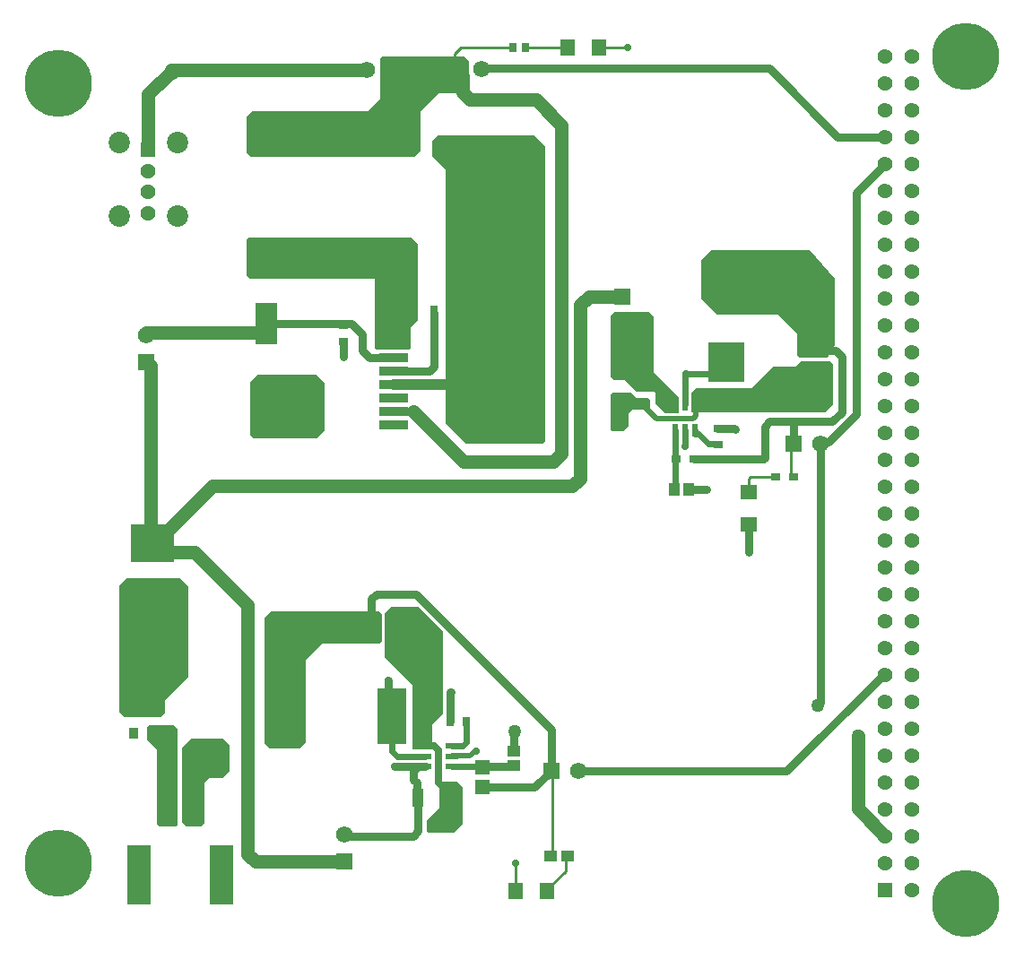
<source format=gtl>
%TF.GenerationSoftware,Altium Limited,Altium Designer,23.1.1 (15)*%
G04 Layer_Physical_Order=1*
G04 Layer_Color=255*
%FSLAX25Y25*%
%MOIN*%
%TF.SameCoordinates,209943D4-F1A4-4043-803A-0C530BE15E34*%
%TF.FilePolarity,Positive*%
%TF.FileFunction,Copper,L1,Top,Signal*%
%TF.Part,Single*%
G01*
G75*
%TA.AperFunction,SMDPad,CuDef*%
%ADD10R,0.03543X0.03937*%
%ADD11R,0.12598X0.19291*%
%ADD12R,0.04560X0.03985*%
%ADD13R,0.03543X0.03150*%
%ADD14R,0.16417X0.14055*%
%ADD15R,0.06299X0.05512*%
%ADD16R,0.05512X0.06299*%
%ADD17R,0.02613X0.03394*%
%ADD18R,0.09055X0.22047*%
%ADD19R,0.05512X0.13386*%
%ADD20R,0.26969X0.41339*%
%ADD21R,0.11024X0.03543*%
%ADD22R,0.19291X0.12795*%
%ADD23R,0.11024X0.20866*%
%ADD24R,0.13780X0.14961*%
%ADD25R,0.10261X0.06704*%
%ADD26R,0.06704X0.10261*%
%ADD27R,0.03150X0.03543*%
%ADD28R,0.04921X0.02362*%
%ADD29R,0.05756X0.05530*%
%ADD30R,0.05151X0.04352*%
%ADD31R,0.04213X0.07165*%
%ADD32R,0.13780X0.06299*%
%ADD33R,0.03543X0.03150*%
%ADD34R,0.08465X0.15748*%
%ADD35R,0.02977X0.05733*%
%ADD36R,0.11221X0.12598*%
%ADD37R,0.03937X0.05151*%
%ADD38R,0.02362X0.04921*%
%ADD39R,0.07165X0.04213*%
%TA.AperFunction,Conductor*%
%ADD40C,0.05000*%
%ADD41C,0.01968*%
%ADD42C,0.02362*%
%ADD43C,0.03000*%
%ADD44C,0.02756*%
%ADD45C,0.01181*%
%ADD46C,0.03150*%
%ADD47C,0.03937*%
%ADD48C,0.01000*%
%TA.AperFunction,ComponentPad*%
%ADD49R,0.06201X0.06201*%
%ADD50C,0.06201*%
%ADD51R,0.05610X0.05610*%
%ADD52C,0.05610*%
%ADD53C,0.07972*%
%ADD54C,0.05634*%
%ADD55R,0.05634X0.05634*%
%ADD56R,0.06201X0.06201*%
%TA.AperFunction,WasherPad*%
%ADD57C,0.25000*%
%TA.AperFunction,ViaPad*%
%ADD58C,0.02756*%
%ADD59C,0.05000*%
G36*
X-204724Y333465D02*
Y326772D01*
X-209449Y321260D01*
X-216142D01*
X-222835Y314567D01*
Y300000D01*
X-225197Y297638D01*
X-285827D01*
X-287402Y299213D01*
Y312598D01*
X-285433Y314567D01*
X-242520D01*
X-237795Y319291D01*
Y334252D01*
X-237008Y335039D01*
X-206299D01*
X-204724Y333465D01*
D02*
G37*
G36*
X-223622Y265354D02*
Y237008D01*
X-226378Y234252D01*
Y226772D01*
X-227165Y225984D01*
X-238976D01*
X-239764Y226772D01*
Y252362D01*
X-286221D01*
X-287402Y253543D01*
Y266929D01*
X-286614Y267717D01*
X-225984D01*
X-223622Y265354D01*
D02*
G37*
G36*
X-68898Y252306D02*
Y227559D01*
X-71260Y222835D01*
X-81890D01*
X-82677Y223622D01*
Y231890D01*
X-89764Y238976D01*
X-112598D01*
X-118504Y244882D01*
Y259449D01*
X-114567Y262992D01*
X-78248D01*
X-68898Y252306D01*
D02*
G37*
G36*
X-69291Y220472D02*
Y205512D01*
X-72047Y202756D01*
X-122047D01*
X-122228Y202937D01*
Y205513D01*
X-122186Y205728D01*
Y210098D01*
X-120472Y211811D01*
X-99606D01*
X-91732Y219685D01*
X-83465D01*
X-81496Y221654D01*
X-70472D01*
X-69291Y220472D01*
D02*
G37*
G36*
X-136221Y238189D02*
Y217717D01*
X-126772Y208268D01*
Y202687D01*
X-127096Y202362D01*
X-131890D01*
X-135433Y205906D01*
Y209842D01*
X-135827Y210236D01*
X-142520D01*
X-146850Y214567D01*
X-150787D01*
X-151969Y215748D01*
Y238583D01*
X-150394Y240158D01*
X-138189D01*
X-136221Y238189D01*
D02*
G37*
G36*
X-142520Y207874D02*
X-138189D01*
X-137402Y207087D01*
Y204331D01*
X-138189Y203543D01*
X-144095D01*
Y203543D01*
X-145276Y202362D01*
Y197638D01*
X-147244Y195669D01*
X-151575D01*
X-151969Y196063D01*
Y209449D01*
X-151575Y209842D01*
X-144488D01*
X-142520Y207874D01*
D02*
G37*
G36*
X-258268Y213386D02*
Y196063D01*
X-261417Y192913D01*
X-284646D01*
X-286221Y194488D01*
Y213779D01*
X-283465Y216535D01*
X-261417D01*
X-258268Y213386D01*
D02*
G37*
G36*
X-176378Y301575D02*
Y192126D01*
X-177559Y190945D01*
X-205906D01*
Y190945D01*
X-213386Y198425D01*
Y292913D01*
X-218504Y298031D01*
Y303543D01*
X-216535Y305512D01*
X-180315D01*
X-176378Y301575D01*
D02*
G37*
G36*
X-309055Y137795D02*
Y104331D01*
X-317717Y95669D01*
Y90945D01*
X-319291Y89370D01*
X-332677D01*
X-334646Y91339D01*
Y138189D01*
X-331890Y140945D01*
X-312205D01*
X-309055Y137795D01*
D02*
G37*
G36*
X-237104Y127655D02*
Y117573D01*
X-237795Y116535D01*
X-259449D01*
X-265354Y110630D01*
Y79921D01*
X-267717Y77559D01*
X-278740D01*
X-280709Y79528D01*
Y126378D01*
X-278346Y128740D01*
X-238189D01*
X-237104Y127655D01*
D02*
G37*
G36*
X-214431Y121456D02*
Y90551D01*
X-218368Y86614D01*
Y77165D01*
X-225454D01*
X-225848Y77559D01*
Y101181D01*
X-236084Y111417D01*
Y127953D01*
X-233722Y130315D01*
X-223290D01*
X-214431Y121456D01*
D02*
G37*
G36*
X-293701Y79134D02*
Y69291D01*
X-296457Y66535D01*
X-301575D01*
X-303150Y64961D01*
Y50000D01*
X-304331Y48819D01*
X-309842D01*
X-311417Y50394D01*
Y77953D01*
X-307874Y81496D01*
X-296063D01*
X-293701Y79134D01*
D02*
G37*
G36*
X-313110Y84763D02*
Y49489D01*
X-313779Y48819D01*
X-320079D01*
X-320866Y49606D01*
X-320866Y77165D01*
X-324410Y80709D01*
Y85433D01*
X-323622Y86221D01*
X-314567D01*
X-313110Y84763D01*
D02*
G37*
G36*
X-206950Y63386D02*
Y49606D01*
X-207344Y49213D01*
X-210100Y46457D01*
X-219942D01*
X-220336Y46850D01*
Y50787D01*
X-215612Y55512D01*
Y64173D01*
X-214431Y65354D01*
X-208919D01*
X-206950Y63386D01*
D02*
G37*
D10*
X-321772Y83268D02*
D03*
X-329410D02*
D03*
D11*
X-325590Y100394D02*
D03*
D12*
X-168218Y37795D02*
D03*
X-174533D02*
D03*
D13*
X-90748Y178740D02*
D03*
X-84055D02*
D03*
X-127756Y185433D02*
D03*
X-121063D02*
D03*
D14*
X-322441Y153937D02*
D03*
Y130709D02*
D03*
D15*
X-100787Y172835D02*
D03*
Y161024D02*
D03*
D16*
X-175591Y24803D02*
D03*
X-187402D02*
D03*
X-168110Y338189D02*
D03*
X-156299D02*
D03*
D17*
X-183627D02*
D03*
X-188583D02*
D03*
D18*
X-296654Y30512D02*
D03*
X-327362D02*
D03*
D19*
X-307087Y56496D02*
D03*
X-316929D02*
D03*
D20*
X-191929Y212992D02*
D03*
D21*
X-232677Y197992D02*
D03*
Y202992D02*
D03*
Y207992D02*
D03*
Y212992D02*
D03*
Y217992D02*
D03*
Y222992D02*
D03*
Y227992D02*
D03*
D22*
X-276378Y260236D02*
D03*
Y305118D02*
D03*
D23*
X-233328Y89764D02*
D03*
X-273486D02*
D03*
D24*
X-109055Y251772D02*
D03*
Y221457D02*
D03*
D25*
X-76378Y226184D02*
D03*
Y217911D02*
D03*
D26*
X-241008Y122441D02*
D03*
X-232735D02*
D03*
D27*
X-211675Y87795D02*
D03*
X-205769D02*
D03*
X-223683Y48819D02*
D03*
X-217777D02*
D03*
D28*
X-211084Y78543D02*
D03*
Y74803D02*
D03*
Y71063D02*
D03*
X-220927D02*
D03*
Y74803D02*
D03*
Y78543D02*
D03*
D29*
X-199864Y70672D02*
D03*
Y63186D02*
D03*
D30*
X-188053Y76679D02*
D03*
Y71353D02*
D03*
D31*
X-223643Y59352D02*
D03*
X-212777D02*
D03*
D32*
X-210236Y300787D02*
D03*
X-232283D02*
D03*
D33*
X-251575Y235039D02*
D03*
Y229134D02*
D03*
X-112205Y196653D02*
D03*
Y190748D02*
D03*
X-140157Y212008D02*
D03*
Y206102D02*
D03*
D34*
X-279921Y202165D02*
D03*
Y235630D02*
D03*
D35*
X-217815Y239764D02*
D03*
X-226279D02*
D03*
D36*
X-207677Y259055D02*
D03*
X-230906D02*
D03*
D37*
X-123021Y174016D02*
D03*
X-128347D02*
D03*
D38*
X-120669Y195866D02*
D03*
X-124409D02*
D03*
X-128150D02*
D03*
Y205709D02*
D03*
X-124409D02*
D03*
X-120669D02*
D03*
D39*
X-147835Y218032D02*
D03*
Y207165D02*
D03*
D40*
X-321260Y153937D02*
X-300000Y175197D01*
X-166315D01*
X-322441Y153937D02*
X-321260D01*
X-322441D02*
X-319331Y150827D01*
X-306732D01*
X-287008Y131102D01*
X-323228Y154724D02*
X-322441Y153937D01*
X-324803Y221496D02*
X-323228Y219921D01*
Y154724D02*
Y219921D01*
X-287008Y38496D02*
X-284079Y35567D01*
X-287008Y38496D02*
Y131102D01*
X-284079Y35567D02*
X-251283D01*
X-210000Y330315D02*
X-207208Y327523D01*
Y321798D02*
X-204280Y318869D01*
X-179851D01*
X-207208Y321798D02*
Y327523D01*
X-170472Y187181D02*
Y309491D01*
X-179851Y318869D02*
X-170472Y309491D01*
X-60236Y55236D02*
Y82284D01*
Y55236D02*
X-50000Y45000D01*
X-166315Y175197D02*
X-163386Y178126D01*
Y242520D01*
X-160079Y245827D02*
X-147638D01*
X-163386Y242520D02*
X-160079Y245827D01*
X-173401Y184252D02*
X-170472Y187181D01*
X-206704Y184252D02*
X-173401D01*
X-324803Y232283D02*
X-281653D01*
X-322473Y130677D02*
X-322441Y130709D01*
X-323937Y320927D02*
X-315730Y329134D01*
X-323937Y300276D02*
Y320927D01*
X-315730Y329134D02*
X-315103D01*
X-225444Y202992D02*
X-206704Y184252D01*
X-281653Y232283D02*
X-279921Y234016D01*
Y235630D01*
X-315416Y329921D02*
X-242913Y329921D01*
D41*
X-126147Y200311D02*
X-121458D01*
X-120305Y201464D01*
Y203095D01*
X-120472Y203262D02*
X-120305Y203095D01*
X-120472Y203262D02*
Y205512D01*
X-120669Y205709D02*
X-120472Y205512D01*
X-139370Y204526D02*
X-135154Y200310D01*
X-130154D02*
X-130153Y200311D01*
X-126147D01*
X-135154Y200310D02*
X-130154D01*
X-126147Y200311D02*
X-126147Y200311D01*
X-140157Y206102D02*
X-139961D01*
X-139370Y204526D02*
Y205512D01*
X-139961Y206102D02*
X-139370Y205512D01*
X-204305Y74839D02*
X-202481Y76664D01*
X-211048Y74839D02*
X-204305D01*
X-202481Y76664D02*
X-202268Y76450D01*
D42*
X-124133Y217058D02*
Y217164D01*
X-124409Y205728D02*
Y216781D01*
X-124133Y217058D01*
Y217164D02*
X-112757D01*
X-111909Y218012D01*
X-124409Y190157D02*
Y195866D01*
X-119390Y194587D02*
X-115694Y190891D01*
X-120669Y194587D02*
X-119390D01*
X-115694Y190891D02*
X-112348D01*
X-112205Y190748D01*
X-211084Y78543D02*
X-207153D01*
X-205769Y79927D01*
Y87795D01*
X-223879Y125984D02*
X-223375Y125479D01*
X-221543D01*
X-75197Y217911D02*
X-73026Y215740D01*
X-76378Y217911D02*
X-75197D01*
X-120669Y194587D02*
Y195866D01*
X-128248Y174114D02*
Y185335D01*
X-128150Y185433D01*
X-128347Y174016D02*
X-128248Y174114D01*
X-128150Y186024D02*
Y195866D01*
X-211084Y71063D02*
X-200254D01*
X-233328Y76772D02*
Y89764D01*
Y76772D02*
X-231360Y74803D01*
X-220927D01*
D43*
X-112205Y218307D02*
X-109055Y221457D01*
X-112205Y196653D02*
X-106102D01*
X-105905Y196457D01*
X-112402Y196653D02*
X-112205D01*
X-223724Y71063D02*
X-220927D01*
X-232087D02*
X-223724D01*
X-232283Y70866D02*
X-232087Y71063D01*
X-234646Y91081D02*
Y103150D01*
X-211675Y87795D02*
Y98562D01*
X-211417Y98819D01*
X-234646Y91081D02*
X-233328Y89764D01*
X-232677Y222992D02*
X-232677Y222992D01*
X-251575Y223228D02*
Y229134D01*
X-224201Y59910D02*
X-223643Y59352D01*
X-224201Y59910D02*
Y64847D01*
X-225482Y66128D02*
X-224201Y64847D01*
X-225482Y66128D02*
Y69306D01*
X-223724Y71063D01*
X-188053Y76679D02*
X-187924Y76807D01*
Y83730D02*
X-187795Y83858D01*
X-187924Y76807D02*
Y83730D01*
X-217815Y219749D02*
Y239764D01*
X-232677Y217992D02*
X-219572D01*
X-217815Y219749D01*
X-200000Y330315D02*
X-199763Y330552D01*
X-93151D02*
X-67598Y305000D01*
X-199763Y330552D02*
X-93151D01*
X-84252Y199213D02*
X-69685D01*
X-93125D02*
X-84252D01*
Y190945D02*
Y199213D01*
X-67598Y305000D02*
X-50000D01*
X-86614Y69291D02*
X-52211Y103695D01*
X-52012D02*
X-50706Y105000D01*
X-50000D01*
X-52211Y103695D02*
X-52012D01*
X-164173Y69291D02*
X-86614D01*
X-74252Y94646D02*
Y190945D01*
X-75197Y93701D02*
X-74252Y94646D01*
X-94882Y197455D02*
X-93125Y199213D01*
X-69685D02*
X-66142Y202756D01*
X-94882Y185827D02*
Y197455D01*
X-66142Y202756D02*
Y223228D01*
X-60630Y284370D02*
X-50000Y295000D01*
X-60630Y201969D02*
Y284370D01*
X-71041Y191557D02*
X-60630Y201969D01*
X-74252Y190945D02*
X-73640Y191557D01*
X-71041D01*
X-100787Y150787D02*
Y161024D01*
X-68505Y225592D02*
X-66142Y223228D01*
X-121063Y185433D02*
X-95276D01*
X-94882Y185827D01*
X-123021Y174016D02*
X-116535D01*
X-239250Y135039D02*
X-224409D01*
X-174173Y72935D02*
Y84803D01*
X-224409Y135039D02*
X-174173Y84803D01*
X-199864Y63186D02*
X-180279D01*
X-174173Y69291D01*
X-75786Y225592D02*
X-68505D01*
X-76378Y226184D02*
X-75786Y225592D01*
X-241689Y222992D02*
X-241689Y222992D01*
X-232949Y213264D02*
X-232677Y212992D01*
X-241008Y133282D02*
X-239250Y135039D01*
X-241008Y122441D02*
Y133282D01*
X-232677Y202992D02*
X-232677Y202992D01*
X-225444D01*
X-199864Y70672D02*
X-199523Y71013D01*
X-188393D01*
X-200254Y71063D02*
X-199864Y70672D01*
D44*
X-216088Y64999D02*
Y76969D01*
X-220927Y78543D02*
X-217662D01*
X-216088Y64999D02*
X-214081Y62992D01*
X-217662Y78543D02*
X-216088Y76969D01*
X-220927Y78543D02*
X-220927Y78543D01*
D45*
X-202117Y76519D02*
Y76814D01*
X-202553Y76083D02*
X-202117Y76519D01*
X-220927Y71063D02*
X-220336Y71653D01*
D46*
X-251575Y235630D02*
X-248401D01*
X-244488Y225791D02*
Y231717D01*
Y225791D02*
X-241689Y222992D01*
X-279921Y235630D02*
X-251575D01*
X-225528Y45141D02*
X-223683Y46986D01*
X-250653Y45141D02*
X-225528D01*
X-223683Y46986D02*
Y48819D01*
X-251181Y45669D02*
X-250653Y45141D01*
X-223683Y48858D02*
Y49938D01*
X-223643Y49978D02*
Y59269D01*
X-223683Y49938D02*
X-223643Y49978D01*
X-241689Y222992D02*
X-232677D01*
X-248401Y235630D02*
X-244488Y231717D01*
D47*
X-232677Y212992D02*
X-191929D01*
D48*
X-156299Y338189D02*
X-145669D01*
X-100787Y172835D02*
Y177953D01*
X-100000Y178740D02*
X-89880D01*
X-100787Y177953D02*
X-100000Y178740D01*
X-85057Y178874D02*
X-84924Y178740D01*
X-85057Y190139D02*
X-84252Y190945D01*
X-85057Y178874D02*
Y190139D01*
X-174173Y69291D02*
X-173853Y68972D01*
Y37795D02*
Y68972D01*
X-175591Y25197D02*
X-168898Y31890D01*
Y37795D01*
X-175591Y24803D02*
Y25197D01*
X-187402Y24803D02*
Y35039D01*
X-210000Y336063D02*
X-207874Y338189D01*
X-210000Y330315D02*
Y336063D01*
X-183627Y338189D02*
X-168110D01*
X-207874D02*
X-188583D01*
X-125091Y196547D02*
X-124409Y195866D01*
D49*
X-251181Y35669D02*
D03*
X-147638Y245827D02*
D03*
X-324803Y221496D02*
D03*
D50*
X-251181Y45669D02*
D03*
X-147638Y235827D02*
D03*
X-324803Y231496D02*
D03*
X-164173Y69291D02*
D03*
X-242913Y329921D02*
D03*
X-200000Y330315D02*
D03*
X-74252Y190945D02*
D03*
D51*
X-50000Y25000D02*
D03*
D52*
Y35000D02*
D03*
Y45000D02*
D03*
Y55000D02*
D03*
Y65000D02*
D03*
Y75000D02*
D03*
Y85000D02*
D03*
Y95000D02*
D03*
Y105000D02*
D03*
Y115000D02*
D03*
Y125000D02*
D03*
Y135000D02*
D03*
Y145000D02*
D03*
Y155000D02*
D03*
Y165000D02*
D03*
Y175000D02*
D03*
Y185000D02*
D03*
Y195000D02*
D03*
Y205000D02*
D03*
Y215000D02*
D03*
Y225000D02*
D03*
Y235000D02*
D03*
Y245000D02*
D03*
Y255000D02*
D03*
Y265000D02*
D03*
Y275000D02*
D03*
Y285000D02*
D03*
Y295000D02*
D03*
Y305000D02*
D03*
Y315000D02*
D03*
Y325000D02*
D03*
Y335000D02*
D03*
X-40000Y25000D02*
D03*
Y35000D02*
D03*
Y45000D02*
D03*
Y55000D02*
D03*
Y65000D02*
D03*
Y75000D02*
D03*
Y85000D02*
D03*
Y95000D02*
D03*
Y105000D02*
D03*
Y115000D02*
D03*
Y125000D02*
D03*
Y135000D02*
D03*
Y145000D02*
D03*
Y155000D02*
D03*
Y165000D02*
D03*
Y175000D02*
D03*
Y185000D02*
D03*
Y195000D02*
D03*
Y205000D02*
D03*
Y215000D02*
D03*
Y225000D02*
D03*
Y235000D02*
D03*
Y245000D02*
D03*
Y255000D02*
D03*
Y265000D02*
D03*
Y275000D02*
D03*
Y285000D02*
D03*
Y295000D02*
D03*
Y305000D02*
D03*
Y315000D02*
D03*
Y325000D02*
D03*
Y335000D02*
D03*
D53*
X-313228Y303150D02*
D03*
Y275590D02*
D03*
X-334646D02*
D03*
Y303150D02*
D03*
D54*
X-323937Y276654D02*
D03*
Y284528D02*
D03*
Y292402D02*
D03*
D55*
Y300276D02*
D03*
D56*
X-174173Y69291D02*
D03*
X-232913Y329921D02*
D03*
X-210000Y330315D02*
D03*
X-84252Y190945D02*
D03*
D57*
X-357520Y35000D02*
D03*
Y325000D02*
D03*
X-20000Y335000D02*
D03*
Y20000D02*
D03*
D58*
X-124133Y217164D02*
D03*
X-105905Y196457D02*
D03*
X-133071Y207087D02*
D03*
X-124409Y190157D02*
D03*
X-202117Y76814D02*
D03*
X-232283Y70866D02*
D03*
X-234646Y103150D02*
D03*
X-211417Y98819D02*
D03*
X-251575Y223228D02*
D03*
X-145669Y338189D02*
D03*
X-116535Y174016D02*
D03*
X-100787Y150787D02*
D03*
X-187402Y35039D02*
D03*
D59*
X-224667Y105512D02*
D03*
X-187795Y83858D02*
D03*
X-60236Y82284D02*
D03*
X-75197Y93701D02*
D03*
X-298819Y70866D02*
D03*
X-306299D02*
D03*
X-302756Y76772D02*
D03*
X-223879Y125984D02*
D03*
X-267323Y205118D02*
D03*
X-263386Y210236D02*
D03*
X-203937Y279134D02*
D03*
X-183465Y255906D02*
D03*
X-183858Y264173D02*
D03*
X-193307Y283858D02*
D03*
Y292126D02*
D03*
X-148819Y199213D02*
D03*
X-87795Y207480D02*
D03*
X-94882Y209055D02*
D03*
X-89370Y214961D02*
D03*
X-79528Y207480D02*
D03*
X-72835D02*
D03*
X-224667Y112205D02*
D03*
X-218761Y108661D02*
D03*
X-223879Y119291D02*
D03*
X-210494Y51181D02*
D03*
%TF.MD5,e9729dd1dceabbfe4bbd30a0f2bb5b29*%
M02*

</source>
